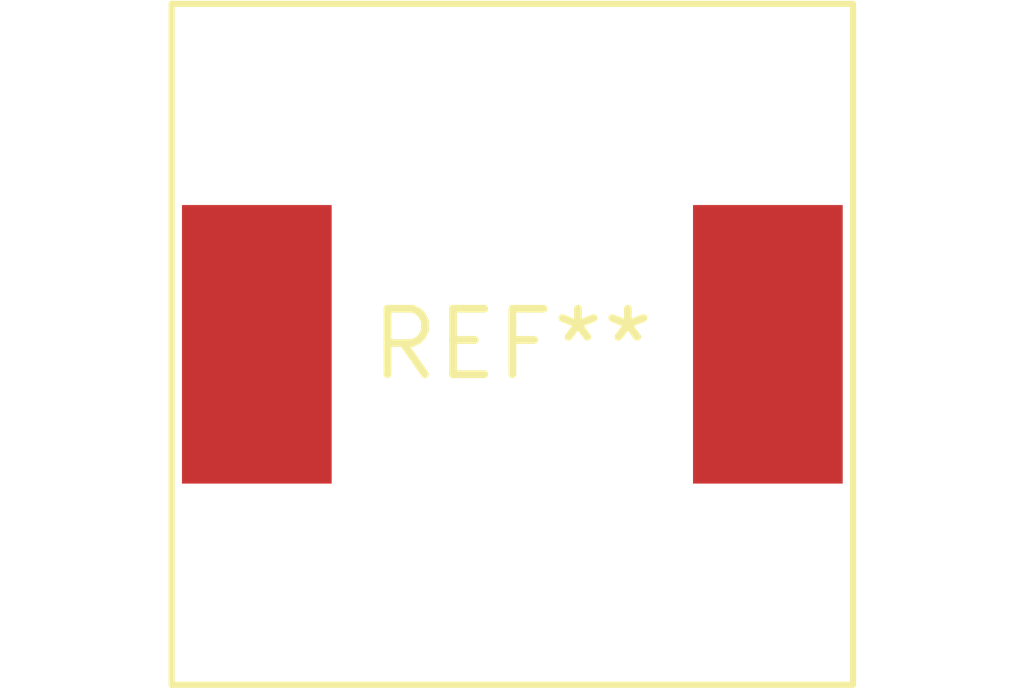
<source format=kicad_pcb>
(kicad_pcb (version 20240108) (generator pcbnew)
  (layers (0 "F.Cu" signal) (31 "B.Cu" signal) (34 "B.Paste" user) (35 "F.Paste" user) (36 "B.SilkS" user "B.Silkscreen") (37 "F.SilkS" user "F.Silkscreen") (38 "B.Mask" user) (39 "F.Mask" user) (44 "Edge.Cuts" user))
  (net 0 "")
  (footprint "L_Neosid_SM-NE127" (layer "F.Cu") (at 0 0)
    (property "Reference" "REF**")
    (property "Value" "L_Neosid_SM-NE127")
    (fp_line (start -6.6 -6.6) (end 6.6 -6.6) (layer "F.SilkS") (stroke (width 0.12)))
    (fp_line (start -6.6 6.6) (end -6.6 -6.6) (layer "F.SilkS") (stroke (width 0.12)))
    (fp_line (start 6.6 -6.6) (end 6.6 6.6) (layer "F.SilkS") (stroke (width 0.12)))
    (fp_line (start 6.6 6.6) (end -6.6 6.6) (layer "F.SilkS") (stroke (width 0.12)))
    (pad "1" smd rect (at -4.95 0) (size 2.9 5.4) (layers "F.Cu" "F.Paste" "F.Mask"))
    (pad "2" smd rect (at 4.95 0) (size 2.9 5.4) (layers "F.Cu" "F.Paste" "F.Mask"))
  )
)
</source>
